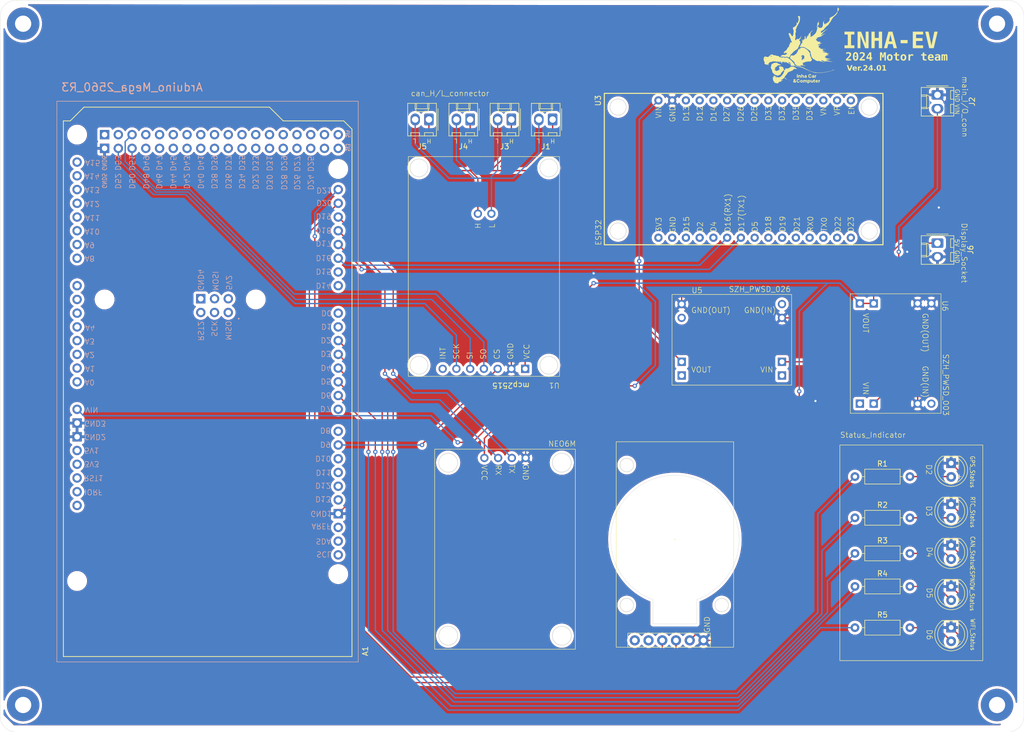
<source format=kicad_pcb>
(kicad_pcb (version 20240108) (generator "pcbnew") (generator_version "8.0")
  (layers (0 "F.Cu" signal) (31 "B.Cu" signal) (34 "B.Paste" user) (35 "F.Paste" user) (36 "B.SilkS" user "B.Silkscreen") (37 "F.SilkS" user "F.Silkscreen") (38 "B.Mask" user) (39 "F.Mask" user) (44 "Edge.Cuts" user))
  (net 0 "")
  (net 9 "/LED_5")
  (net 19 "/esp32_D16(RX1)")
  (net 29 "/mcp2515_SCK")
  (net 31 "/neo6m_TX")
  (net 32 "/mcp2515_SO")
  (net 40 "/mcp2515_CS")
  (net 41 "/mcp2515_SI")
  (net 42 "/LED_2")
  (net 43 "/neo6m_RX")
  (net 46 "/LED_1")
  (net 51 "/LED_4")
  (net 52 "/esp32_D17(TX1)")
  (net 53 "/ds3231_SDA")
  (net 56 "GND")
  (net 63 "/LED_3")
  (net 66 "/ds3231_SCL")
  (net 79 "+7.5V")
  (net 86 "Net-(J1-Pin_1)")
  (net 87 "Net-(J1-Pin_2)")
  (net 88 "+5V")
  (net 118 "Net-(D1-A)")
  (net 119 "Net-(D2-A)")
  (net 120 "Net-(D3-A)")
  (net 121 "Net-(D4-A)")
  (net 122 "Net-(D5-A)")
  (net 123 "+12V")
  (footprint "" (layer "F.Cu") (at 216 28.702)
    (property "Reference" "")
    (property "Value" "")
  )
  (footprint "" (layer "F.Cu") (at 216 155)
    (property "Reference" "")
    (property "Value" "")
  )
  (footprint "" (layer "F.Cu") (at 36.322 155.702)
    (property "Reference" "")
    (property "Value" "")
  )
  (footprint "motor_pcb:SZHPWSD003" (layer "F.Cu") (at 155.929 79.076)
    (property "Reference" "U5")
    (property "Value" "SZHPWSD002")
  )
  (footprint "Connector_Molex:Molex_KK-254_AE-6410-02A_1x02_P2.54mm_Vertical" (layer "F.Cu") (at 126.238 46.718 180)
    (property "Reference" "J3")
    (property "Value" "Conn_01x02_Socket")
  )
  (footprint "motor_pcb:DS3231" (layer "F.Cu") (at 145.559168 144.435164 90)
    (property "Reference" "U4" (hide yes))
    (property "Value" "DS3231" (hide yes))
    (fp_line (start 4.446535 6.854832) (end 8.930118 6.854832) (stroke (width 0.05)) (layer "Edge.Cuts"))
    (fp_line (start 8.930118 14.954832) (end 4.446535 14.954832) (stroke (width 0.05)) (layer "Edge.Cuts"))
    (fp_line (start 4.446535 14.954832) (end 4.446535 6.854832) (stroke (width 0.05)) (layer "Edge.Cuts"))
    (fp_arc (start 8.930119 6.854832) (mid 31.92 10.900002) (end 8.933424 14.96391) (stroke (width 0.05)) (layer "Edge.Cuts"))
    (fp_circle (center 33.818327 2.004832) (end 35.068327 2.004832) (stroke (width 0.1)) (fill none) (layer "Edge.Cuts"))
    (fp_circle (center 7.918327 2.004832) (end 9.168327 2.004832) (stroke (width 0.1)) (fill none) (layer "Edge.Cuts"))
    (fp_circle (center 7.918327 19.554832) (end 9.168327 19.554832) (stroke (width 0.1)) (fill none) (layer "Edge.Cuts"))
  )
  (footprint "LED_THT:LED_D5.0mm_FlatTop" (layer "F.Cu") (at 207.518 110.278 -90)
    (property "Reference" "D1" (hide yes))
    (property "Value" "LED")
  )
  (footprint "Resistor_THT:R_Axial_DIN0207_L6.3mm_D2.5mm_P10.16mm_Horizontal" (layer "F.Cu") (at 189.738 112.758)
    (property "Reference" "R1")
    (property "Value" "330")
  )
  (footprint "Resistor_THT:R_Axial_DIN0207_L6.3mm_D2.5mm_P10.16mm_Horizontal" (layer "F.Cu") (at 189.738 120.378)
    (property "Reference" "R2")
    (property "Value" "330")
  )
  (footprint "Connector_Molex:Molex_KK-254_AE-6410-02A_1x02_P2.54mm_Vertical" (layer "F.Cu") (at 133.858 46.718 180)
    (property "Reference" "J1")
    (property "Value" "Conn_01x02_Socket")
  )
  (footprint "LED_THT:LED_D5.0mm_FlatTop" (layer "F.Cu") (at 207.518 125.478 -90)
    (property "Reference" "D3" (hide yes))
    (property "Value" "LED")
  )
  (footprint "motor_pcb:NEO6M" (layer "F.Cu") (at 127.508 126.746)
    (property "Reference" "U2" (hide yes))
    (property "Value" "NEO6M" (hide yes))
    (fp_circle (center -12.95 -16.56) (end -11.2 -16.56) (stroke (width 0.1)) (fill none) (layer "Edge.Cuts"))
    (fp_circle (center -12.95 15.44) (end -11.2 15.44) (stroke (width 0.1)) (fill none) (layer "Edge.Cuts"))
    (fp_circle (center 8.05 -16.56) (end 9.8 -16.56) (stroke (width 0.1)) (fill none) (layer "Edge.Cuts"))
    (fp_circle (center 8.05 15.44) (end 9.8 15.44) (stroke (width 0.1)) (fill none) (layer "Edge.Cuts"))
  )
  (footprint "motor_pcb:mcp2515" (layer "F.Cu") (at 121.158 74.658 90)
    (property "Reference" "U1")
    (property "Value" "mcp2515")
    (fp_circle (center 19 -12) (end 20.65 -12) (stroke (width 0.1)) (fill none) (layer "Edge.Cuts"))
    (fp_circle (center -17.51 -12) (end -15.86 -12) (stroke (width 0.1)) (fill none) (layer "Edge.Cuts"))
    (fp_circle (center 19 12) (end 20.65 12) (stroke (width 0.1)) (fill none) (layer "Edge.Cuts"))
    (fp_circle (center -17.51 12) (end -15.86 12) (stroke (width 0.1)) (fill none) (layer "Edge.Cuts"))
  )
  (footprint "LED_THT:LED_D5.0mm_FlatTop" (layer "F.Cu") (at 207.518 133.078 -90)
    (property "Reference" "D4" (hide yes))
    (property "Value" "LED")
  )
  (footprint "KiCad:YOng22" (layer "F.Cu") (at 179.601653 33.951494)
    (property "Reference" "G***" (hide yes))
    (property "Value" "LOGO" (hide yes))
  )
  (footprint "Connector_Molex:Molex_KK-254_AE-6410-02A_1x02_P2.54mm_Vertical" (layer "F.Cu") (at 204.978 42.164 -90)
    (property "Reference" "J2")
    (property "Value" "Conn_01x02_Socket")
  )
  (footprint "Connector_Molex:Molex_KK-254_AE-6410-02A_1x02_P2.54mm_Vertical" (layer "F.Cu") (at 118.618 46.718 180)
    (property "Reference" "J4")
    (property "Value" "Conn_01x02_Socket")
  )
  (footprint "" (layer "F.Cu") (at 36.068 28.956)
    (property "Reference" "")
    (property "Value" "")
  )
  (footprint "motor_pcb:ESP32" (layer "F.Cu") (at 153.416 68.58 90)
    (property "Reference" "U3")
    (property "Value" "ESP32")
    (fp_circle (center 24.16 -7.46) (end 25.66 -7.46) (stroke (width 0.1)) (fill none) (layer "Edge.Cuts"))
    (fp_circle (center 1.24 -7.46) (end 2.74 -7.46) (stroke (width 0.1)) (fill none) (layer "Edge.Cuts"))
    (fp_circle (center 24.16 38.96) (end 25.66 38.96) (stroke (width 0.1)) (fill none) (layer "Edge.Cuts"))
    (fp_circle (center 1.24 38.96) (end 2.74 38.96) (stroke (width 0.1)) (fill none) (layer "Edge.Cuts"))
  )
  (footprint "LED_THT:LED_D5.0mm_FlatTop" (layer "F.Cu") (at 207.518 117.878 -90)
    (property "Reference" "D2" (hide yes))
    (property "Value" "LED")
  )
  (footprint "Resistor_THT:R_Axial_DIN0207_L6.3mm_D2.5mm_P10.16mm_Horizontal" (layer "F.Cu") (at 189.738 126.968)
    (property "Reference" "R3")
    (property "Value" "330")
  )
  (footprint "Connector_Molex:Molex_KK-254_AE-6410-02A_1x02_P2.54mm_Vertical" (layer "F.Cu") (at 110.998 46.718 180)
    (property "Reference" "J5")
    (property "Value" "Conn_01x02_Socket")
  )
  (footprint "LED_THT:LED_D5.0mm_FlatTop" (layer "F.Cu") (at 207.518 140.678 -90)
    (property "Reference" "D5" (hide yes))
    (property "Value" "LED")
  )
  (footprint "motor_pcb:SZHPWSD003" (layer "F.Cu") (at 205.64 78.949 -90)
    (property "Reference" "U6")
    (property "Value" "SZHPWSD002")
  )
  (footprint "Resistor_THT:R_Axial_DIN0207_L6.3mm_D2.5mm_P10.16mm_Horizontal" (layer "F.Cu") (at 189.738 133.078)
    (property "Reference" "R4")
    (property "Value" "330")
  )
  (footprint "Connector_Molex:Molex_KK-254_AE-6410-02A_1x02_P2.54mm_Vertical" (layer "F.Cu") (at 204.978 69.578 -90)
    (property "Reference" "J6")
    (property "Value" "Conn_01x02_Socket")
  )
  (footprint "Resistor_THT:R_Axial_DIN0207_L6.3mm_D2.5mm_P10.16mm_Horizontal" (layer "F.Cu") (at 189.738 140.698)
    (property "Reference" "R5")
    (property "Value" "330")
  )
  (footprint "PCM_arduino-library:Arduino_Mega2560_R3_Shield" (layer "B.Cu") (at 43.434 146.032 90)
    (property "Reference" "A1")
    (property "Value" "Arduino_Mega2560_R3_Shield")
  )
  (gr_rect (start 186.944 106.916) (end 213.36 146.794) (stroke (width 0.1)) (fill none) (layer "F.SilkS"))
  (gr_arc (start 217.98 24.638) (mid 220.10132 25.51668) (end 220.98 27.638) (stroke (width 0.05)) (layer "Edge.Cuts"))
  (gr_line (start 220.98 27.638) (end 220.98 157.02) (stroke (width 0.05)) (layer "Edge.Cuts"))
  (gr_arc (start 220.98 157.02) (mid 220.10132 159.14132) (end 217.98 160.02) (stroke (width 0.05)) (layer "Edge.Cuts"))
  (gr_line (start 31.75 157.02) (end 31.75 27.638) (stroke (width 0.05)) (layer "Edge.Cuts"))
  (gr_arc (start 31.75 27.638) (mid 32.62868 25.51668) (end 34.75 24.638) (stroke (width 0.05)) (layer "Edge.Cuts"))
  (gr_line (start 217.98 160.02) (end 34.75 160.02) (stroke (width 0.05)) (layer "Edge.Cuts"))
  (gr_arc (start 34.75 160.02) (mid 32.62868 159.14132) (end 31.75 157.02) (stroke (width 0.05)) (layer "Edge.Cuts"))
  (gr_line (start 34.75 24.638) (end 217.98 24.638) (stroke (width 0.05)) (layer "Edge.Cuts"))
  (gr_text "INHA-EV" (at 187.452 34.036 0) (layer "F.SilkS") (effects (font (size 3 3) (thickness 0.6) (bold yes)) (justify left bottom)))
  (gr_text "Status_Indicator" (at 186.944 105.646 0) (layer "F.SilkS") (effects (font (size 1 1) (thickness 0.1)) (justify left bottom)))
  (gr_text "2024 Motor team" (at 187.96 36.068 0) (layer "F.SilkS") (effects (font (size 1.5 1.5) (thickness 0.3) (bold yes)) (justify left bottom)))
  (gr_text "Ver.24.01" (at 188.214 37.846 0) (layer "F.SilkS") (effects (font (size 1 1) (thickness 0.25) (bold yes)) (justify left bottom)))
  (segment (start 99.822 108.186) (end 99.822 103.36) (width 0.25) (layer "F.Cu") (net 9))
  (segment (start 99.822 103.36) (end 94.234 97.772) (width 0.25) (layer "F.Cu") (net 9))
  (via (at 99.822 108.186) (size 0.8) (drill 0.4) (layers "F.Cu" "B.Cu") (net 9))
  (segment (start 168.142882 155.938) (end 114.554 155.938) (width 0.25) (layer "B.Cu") (net 9))
  (segment (start 168.142882 155.938) (end 169.415441 154.665441) (width 0.25) (layer "B.Cu") (net 9))
  (segment (start 183.382883 140.698) (end 169.415441 154.665441) (width 0.25) (layer "B.Cu") (net 9))
  (segment (start 99.822 141.206) (end 99.822 108.186) (width 0.25) (layer "B.Cu") (net 9))
  (segment (start 189.738 140.698) (end 183.382883 140.698) (width 0.25) (layer "B.Cu") (net 9))
  (segment (start 114.554 155.938) (end 99.822 141.206) (width 0.25) (layer "B.Cu") (net 9))
  (segment (start 166.116 68.58) (end 161.036 73.66) (width 0.25) (layer "B.Cu") (net 19))
  (segment (start 95.522 73.66) (end 94.234 72.372) (width 0.25) (layer "B.Cu") (net 19))
  (segment (start 161.036 73.66) (end 95.522 73.66) (width 0.25) (layer "B.Cu") (net 19))
  (segment (start 66.049604 60.572) (end 60.082 60.572) (width 0.25) (layer "B.Cu") (net 29))
  (segment (start 116.078 92.819) (end 116.078 86.596) (width 0.25) (layer "B.Cu") (net 29))
  (segment (start 53.594 54.084) (end 53.594 52.052) (width 0.25) (layer "B.Cu") (net 29))
  (segment (start 86.36 80.754) (end 86.231604 80.754) (width 0.25) (layer "B.Cu") (net 29))
  (segment (start 116.078 86.596) (end 110.236 80.754) (width 0.25) (layer "B.Cu") (net 29))
  (segment (start 86.231604 80.754) (end 66.049604 60.572) (width 0.25) (layer "B.Cu") (net 29))
  (segment (start 110.236 80.754) (end 86.36 80.754) (width 0.25) (layer "B.Cu") (net 29))
  (segment (start 60.082 60.572) (end 53.594 54.084) (width 0.25) (layer "B.Cu") (net 29))
  (segment (start 104.394 93.726) (end 104.394 74.912) (width 0.25) (layer "F.Cu") (net 31))
  (segment (start 104.394 74.912) (end 94.234 64.752) (width 0.25) (layer "F.Cu") (net 31))
  (via (at 104.394 93.726) (size 0.8) (drill 0.4) (layers "F.Cu" "B.Cu") (net 31))
  (segment (start 114.299 97.282) (end 107.95 97.282) (width 0.25) (layer "B.Cu") (net 31))
  (segment (start 107.95 97.282) (end 104.394 93.726) (width 0.25) (layer "B.Cu") (net 31))
  (segment (start 126.328 109.311) (end 114.299 97.282) (width 0.25) (layer "B.Cu") (net 31))
  (segment (start 86.106 78.976) (end 66.802 59.672) (width 0.25) (layer "B.Cu") (net 32))
  (segment (start 121.158 92.819) (end 121.158 87.866) (width 0.25) (layer "B.Cu") (net 32))
  (segment (start 56.134 55.1) (end 56.134 52.052) (width 0.25) (layer "B.Cu") (net 32))
  (segment (start 121.158 87.866) (end 112.268 78.976) (width 0.25) (layer "B.Cu") (net 32))
  (segment (start 60.706 59.672) (end 56.134 55.1) (width 0.25) (layer "B.Cu") (net 32))
  (segment (start 66.802 59.672) (end 60.706 59.672) (width 0.25) (layer "B.Cu") (net 32))
  (segment (start 112.268 78.976) (end 86.106 78.976) (width 0.25) (layer "B.Cu") (net 32))
  (segment (start 123.698 92.819) (end 109.728 106.789) (width 0.25) (layer "F.Cu") (net 40))
  (segment (start 109.728 106.789) (end 109.728 106.916) (width 0.25) (layer "F.Cu") (net 40))
  (via (at 109.728 106.916) (size 0.8) (drill 0.4) (layers "F.Cu" "B.Cu") (net 40))
  (segment (start 109.728 106.916) (end 94.234 106.916) (width 0.25) (layer "B.Cu") (net 40))
  (segment (start 60.519604 60.122) (end 54.864 54.466396) (width 0.25) (layer "B.Cu") (net 41))
  (segment (start 118.618 87.104) (end 111.506 79.992) (width 0.25) (layer "B.Cu") (net 41))
  (segment (start 54.864 50.782) (end 56.134 49.512) (width 0.25) (layer "B.Cu") (net 41))
  (segment (start 111.506 79.992) (end 86.36 79.992) (width 0.25) (layer "B.Cu") (net 41))
  (segment (start 118.618 92.819) (end 118.618 87.104) (width 0.25) (layer "B.Cu") (net 41))
  (segment (start 54.864 54.466396) (end 54.864 50.782) (width 0.25) (layer "B.Cu") (net 41))
  (segment (start 66.49 60.122) (end 60.519604 60.122) (width 0.25) (layer "B.Cu") (net 41))
  (segment (start 86.36 79.992) (end 66.49 60.122) (width 0.25) (layer "B.Cu") (net 41))
  (segment (start 103.378 99.296) (end 94.234 90.152) (width 0.25) (layer "F.Cu") (net 42))
  (segment (start 103.378 108.186) (end 103.378 99.296) (width 0.25) (layer "F.Cu") (net 42))
  (via (at 103.378 108.186) (size 0.8) (drill 0.4) (layers "F.Cu" "B.Cu") (net 42))
  (segment (start 189.738 120.378) (end 183.642 126.474) (width 0.25) (layer "B.Cu") (net 42))
  (segment (start 183.642 126.474) (end 183.642 138.158) (width 0.25) (layer "B.Cu") (net 42))
  (segment (start 103.378 141.206) (end 103.378 108.186) (width 0.25) (layer "B.Cu") (net 42))
  (segment (start 168.148 153.652) (end 115.824 153.652) (width 0.25) (layer "B.Cu") (net 42))
  (segment (start 115.824 153.652) (end 103.378 141.206) (width 0.25) (layer "B.Cu") (net 42))
  (segment (start 183.642 138.158) (end 168.148 153.652) (width 0.25) (layer "B.Cu") (net 42))
  (segment (start 102.87 75.928) (end 94.234 67.292) (width 0.25) (layer "F.Cu") (net 43))
  (segment (start 102.87 93.726) (end 102.87 75.928) (width 0.25) (layer "F.Cu") (net 43))
  (via (at 102.87 93.726) (size 0.8) (drill 0.4) (layers "F.Cu" "B.Cu") (net 43))
  (segment (start 123.788 109.311) (end 113.029 98.552) (width 0.25) (layer "B.Cu") (net 43))
  (segment (start 113.029 98.552) (end 107.696 98.552) (width 0.25) (layer "B.Cu") (net 43))
  (segment (start 107.696 98.552) (end 102.87 93.726) (width 0.25) (layer "B.Cu") (net 43))
  (segment (start 104.394 97.772) (end 94.234 87.612) (width 0.25) (layer "F.Cu") (net 46))
  (segment (start 104.394 108.186) (end 104.394 97.772) (width 0.25) (layer "F.Cu") (net 46))
  (via (at 104.394 108.186) (size 0.8) (drill 0.4) (layers "F.Cu" "B.Cu") (net 46))
  (segment (start 189.738 112.758) (end 182.88 119.616) (width 0.25) (layer "B.Cu") (net 46))
  (segment (start 182.88 137.904) (end 167.894 152.89) (width 0.25) (layer "B.Cu") (net 46))
  (segment (start 182.88 119.616) (end 182.88 137.904) (width 0.25) (layer "B.Cu") (net 46))
  (segment (start 104.394 141.46) (end 104.394 108.186) (width 0.25) (layer "B.Cu") (net 46))
  (segment (start 167.894 152.89) (end 115.824 152.89) (width 0.25) (layer "B.Cu") (net 46))
  (segment (start 115.824 152.89) (end 104.394 141.46) (width 0.25) (layer "B.Cu") (net 46))
  (segment (start 101.092 108.186) (end 101.092 102.09) (width 0.25) (layer "F.Cu") (net 51))
  (segment (start 101.092 102.09) (end 94.234 95.232) (width 0.25) (layer "F.Cu") (net 51))
  (via (at 101.092 108.186) (size 0.8) (drill 0.4) (layers "F.Cu" "B.Cu") (net 51))
  (segment (start 115.062 155.176) (end 101.092 141.206) (width 0.25) (layer "B.Cu") (net 51))
  (segment (start 101.092 141.206) (end 101.092 108.186) (width 0.25) (layer "B.Cu") (net 51))
  (segment (start 168.91 154.414) (end 168.148 155.176) (width 0.25) (layer "B.Cu") (net 51))
  (segment (start 189.738 133.586) (end 168.91 154.414) (width 0.25) (layer "B.Cu") (net 51))
  (segment (start 168.148 155.176) (end 167.64 155.176) (width 0.25) (layer "B.Cu") (net 51))
  (segment (start 167.64 155.176) (end 115.062 155.176) (width 0.25) (layer "B.Cu") (net 51))
  (segment (start 189.738 133.078) (end 189.738 133.586) (width 0.25) (layer "B.Cu") (net 51))
  (segment (start 98.552 74.422) (end 98.552 74.15) (width 0.25) (layer "F.Cu") (net 52))
  (segment (start 98.552 74.15) (end 94.234 69.832) (width 0.25) (layer "F.Cu") (net 52))
  (via (at 98.552 74.422) (size 0.8) (drill 0.4) (layers "F.Cu" "B.Cu") (net 52))
  (segment (start 162.814 74.422) (end 168.656 68.58) (width 0.25) (layer "B.Cu") (net 52))
  (segment (start 98.552 74.422) (end 162.814 74.422) (width 0.25) (layer "B.Cu") (net 52))
  (segment (start 88.9 67.546) (end 94.234 62.212) (width 0.25) (layer "F.Cu") (net 53))
  (segment (start 153.805 150.858) (end 107.188 150.858) (width 0.25) (layer "F.Cu") (net 53))
  (segment (start 107.188 150.858) (end 88.9 132.57) (width 0.25) (layer "F.Cu") (net 53))
  (segment (start 156.663 148) (end 156.663 143.046837) (width 0.25) (layer "F.Cu") (net 53))
  (segment (start 88.9 132.57) (end 88.9 67.546) (width 0.25) (layer "F.Cu") (net 53))
  (segment (start 153.805 150.858) (end 156.663 148) (width 0.25) (layer "F.Cu") (net 53))
  (segment (start 166.696163 143.046837) (end 161.743 143.046837) (width 0.25) (layer "F.Cu") (net 56))
  (segment (start 204.978 77.071) (end 201.322 80.727) (width 0.25) (layer "F.Cu") (net 56))
  (segment (start 206.838 151.778) (end 206.038 151.778) (width 0.25) (layer "F.Cu") (net 56))
  (segment (start 207.632 151.778) (end 206.838 151.778) (width 0.25) (layer "F.Cu") (net 56))
  (segment (start 201.322 99.269) (end 201.322 97.672) (width 0.25) (layer "F.Cu") (net 56))
  (segment (start 211.836 147.574) (end 207.632 151.778) (width 0.25) (layer "F.Cu") (net 56))
  (segment (start 149.842 71.12) (end 151.384 69.578) (width 0.25) (layer "F.Cu") (net 56))
  (segment (start 126.238 92.819) (end 126.238 90.378) (width 0.25) (layer "F.Cu") (net 56))
  (segment (start 157.734 80.827) (end 157.707 80.854) (width 0.25) (layer "F.Cu") (net 56))
  (segment (start 209.156 151.778) (end 206.838 151.778) (width 0.25) (layer "F.Cu") (net 56))
  (segment (start 179.422 83.394) (end 189.238 73.578) (width 0.25) (layer "F.Cu") (net 56))
  (segment (start 209.804 147.574) (end 205.6 151.778) (width 0.25) (layer "F.Cu") (net 56))
  (segment (start 205.238 151.778) (end 204.438 151.778) (width 0.25) (layer "F.Cu") (net 56))
  (segment (start 157.707 75.901) (end 157.707 80.854) (width 0.25) (layer "F.Cu") (net 56))
  (segment (start 112.014 101.836) (end 112.014 82.786) (width 0.25) (layer "F.Cu") (net 56))
  (segment (start 207.518 133.078) (end 209.804 135.364) (width 0.25) (layer "F.Cu") (net 56))
  (segment (start 45.974 105.392) (end 60.706 105.392) (width 0.25) (layer "F.Cu") (net 56))
  (segment (start 60.706 105.392) (end 107.092 151.778) (width 0.25) (layer "F.Cu") (net 56))
  (segment (start 151.384 47.752) (end 151.384 69.578) (width 0.25) (layer "F.Cu") (net 56))
  (segment (start 201.322 97.672) (end 201.322 97.662) (width 0.2) (layer "F.Cu") (net 56))
  (segment (start 207.518 125.478) (end 210.566 128.526) (width 0.25) (layer "F.Cu") (net 56))
  (segment (start 107.092 151.778) (end 204.438 151.778) (width 0.25) (layer "F.Cu") (net 56))
  (segment (start 189.238 73.578) (end 193.122 73.578) (width 0.25) (layer "F.Cu") (net 56))
  (segment (start 153.171 71.365) (end 157.707 75.901) (width 0.25) (layer "F.Cu") (net 56))
  (segment (start 204.638 151.778) (end 204.438 151.778) (width 0.2) (layer "F.Cu") (net 56))
  (segment (start 155.956 43.18) (end 151.384 47.752) (width 0.25) (layer "F.Cu") (net 56))
  (segment (start 210.566 128.526) (end 210.566 147.828) (width 0.25) (layer "F.Cu") (net 56))
  (segment (start 123.68 71.12) (end 149.842 71.12) (width 0.25) (layer "F.Cu") (net 56))
  (segment (start 182.438 127.305) (end 166.696163 143.046837) (width 0.25) (layer "F.Cu") (net 56))
  (segment (start 209.804 135.364) (end 209.804 147.574) (width 0.25) (layer "F.Cu") (net 56))
  (segment (start 211.836 122.196) (end 211.836 147.574) (width 0.25) (layer "F.Cu") (net 56))
  (segment (start 206.038 151.778) (end 205.238 151.778) (width 0.25) (layer "F.Cu") (net 56))
  (segment (start 94.234 119.616) (end 112.014 101.836) (width 0.25) (layer "F.Cu") (net 56))
  (segment (start 199.39 95.74) (end 201.322 97.672) (width 0.25) (layer "F.Cu") (net 56))
  (segment (start 205.6 151.778) (end 205.238 151.778) (width 0.25) (layer "F.Cu") (net 56))
  (segment (start 207.518 117.878) (end 211.836 122.196) (width 0.25) (layer "F.Cu") (net 56))
  (segment (start 212.852 115.612) (end 212.852 148.082) (width 0.25) (layer "F.Cu") (net 56))
  (segment (start 193.122 73.578) (end 203.708 62.992) (width 0.25) (layer "F.Cu") (net 56))
  (segment (start 199.39 71.178) (end 199.39 95.74) (width 0.25) (layer "F.Cu") (net 56))
  (segment (start 126.238 90.378) (end 141.438 75.178) (width 0.25) (layer "F.Cu") (net 56))
  (segment (start 112.014 82.786) (end 123.68 71.12) (width 0.25) (layer "F.Cu") (net 56))
  (segment (start 206.616 151.778) (end 206.038 151.778) (width 0.25) (layer "F.Cu") (net 56))
  (segment (start 182.438 127.305) (end 182.438 98.778) (width 0.25) (layer "F.Cu") (net 56))
  (segment (start 176.249 83.394) (end 179.422 83.394) (width 0.25) (layer "F.Cu") (net 56))
  (segment (start 204.978 72.118) (end 204.978 77.071) (width 0.25) (layer "F.Cu") (net 56))
  (segment (start 151.384 69.578) (end 153.171 71.365) (width 0.25) (layer "F.Cu") (net 56))
  (segment (start 210.566 147.828) (end 206.616 151.778) (width 0.25) (layer "F.Cu") (net 56))
  (segment (start 212.852 148.082) (end 209.156 151.778) (width 0.25) (layer "F.Cu") (net 56))
  (segment (start 203.708 62.992) (end 205.232 62.992) (width 0.25) (layer "F.Cu") (net 56))
  (segment (start 207.518 140.678) (end 209.042 142.202) (width 0.25) (layer "F.Cu") (net 56))
  (segment (start 209.042 142.202) (end 209.042 147.374) (width 0.25) (layer "F.Cu") (net 56))
  (segment (start 209.042 147.374) (end 204.638 151.778) (width 0.25) (layer "F.Cu") (net 56))
  (segment (start 212.852 115.612) (end 207.518 110.278) (width 0.25) (layer "F.Cu") (net 56))
  (via (at 199.39 71.178) (size 0.8) (drill 0.4) (layers "F.Cu" "B.Cu") (net 56))
  (via (at 182.438 98.778) (size 0.8) (drill 0.4) (layers "F.Cu" "B.Cu") (net 56))
  (via (at 141.438 75.178) (size 0.8) (drill 0.4) (layers "F.Cu" "B.Cu") (net 56))
  (via (at 205.232 62.992) (size 0.8) (drill 0.4) (layers "F.Cu" "B.Cu") (net 56))
  (segment (start 196.438 77.978) (end 196.438 83.778) (width 0.25) (layer "B.Cu") (net 56))
  (segment (start 198.313 75.178) (end 203.862 80.727) (width 0.25) (layer "B.Cu") (net 56))
  (segment (start 182.438 98.778) (end 197.038 84.178) (width 0.25) (layer "B.Cu") (net 56))
  (segment (start 197.038 84.178) (end 197.038 77.578) (width 0.25) (layer "B.Cu") (net 56))
  (segment (start 193.638 75.178) (end 194.438 75.178) (width 0.25) (layer "B.Cu") (net 56))
  (segment (start 196.438 75.178) (end 198.313 75.178) (width 0.25) (layer "B.Cu") (net 56))
  (segment (start 135.248 98.178) (end 128.868 104.558) (width 0.25) (layer "B.Cu") (net 56))
  (segment (start 197.038 77.578) (end 194.638 75.178) (width 0.25) (layer "B.Cu") (net 56))
  (segment (start 205.232 62.992) (end 205.232 61.722) (width 0.25) (layer "B.Cu") (net 56))
  (segment (start 199.39 67.564) (end 205.232 61.722) (width 0.25) (layer "B.Cu") (net 56))
  (segment (start 199.39 71.178) (end 199.39 67.564) (width 0.25) (layer "B.Cu") (net 56))
  (segment (start 194.638 75.178) (end 194.438 75.178) (width 0.2) (layer "B.Cu") (net 56))
  (segment (start 128.868 104.558) (end 128.868 109.311) (width 0.25) (layer "B.Cu") (net 56))
  (segment (start 206.398 60.556) (end 206.398 43.584) (width 0.25) (layer "B.Cu") (net 56))
  (segment (start 196.438 83.778) (end 182.038 98.178) (width 0.25) (layer "B.Cu") (net 56))
  (segment (start 194.438 75.178) (end 196.438 75.178) (width 0.25) (layer "B.Cu") (net 56))
  (segment (start 205.232 61.722) (end 206.398 60.556) (width 0.25) (layer "B.Cu") (net 56))
  (segment (start 141.438 75.178) (end 193.638 75.178) (width 0.25) (layer "B.Cu") (net 56))
  (segment (start 206.398 43.584) (end 204.978 42.164) (width 0.25) (layer "B.Cu") (net 56))
  (segment (start 182.038 98.178) (end 135.248 98.178) (width 0.25) (layer "B.Cu") (net 56))
  (segment (start 193.638 75.178) (end 196.438 77.978) (width 0.25) (layer "B.Cu") (net 56))
  (segment (start 102.362 100.82) (end 94.234 92.692) (width 0.25) (layer "F.Cu") (net 63))
  (segment (start 102.362 108.186) (end 102.362 100.82) (width 0.25) (layer "F.Cu") (net 63))
  (via (at 102.362 108.186) (size 0.8) (drill 0.4) (layers "F.Cu" "B.Cu") (net 63))
  (segment (start 115.57 154.414) (end 102.362 141.206) (width 0.25) (layer "B.Cu") (net 63))
  (segment (start 184.658 132.048) (end 184.658 137.904) (width 0.25) (layer "B.Cu") (net 63))
  (segment (start 189.738 126.968) (end 189.738 126.878) (width 0.2) (layer "B.Cu") (net 63))
  (segment (start 184.658 137.904) (end 168.148 154.414) (width 0.25) (layer "B.Cu") (net 63))
  (segment (start 189.738 126.878) (end 189.638 126.778) (width 0.2) (layer "B.Cu") (net 63))
  (segment (start 168.148 154.414) (end 115.57 154.414) (width 0.25) (layer "B.Cu") (net 63))
  (segment (start 102.362 141.206) (end 102.362 108.186) (width 0.25) (layer "B.Cu") (net 63))
  (segment (start 189.738 126.968) (end 184.658 132.048) (width 0.25) (layer "B.Cu") (net 63))
  (segment (start 152.281 149.842) (end 154.123 148) (width 0.25) (layer "F.Cu") (net 66))
  (segment (start 107.696 149.842) (end 152.281 149.842) (width 0.25) (layer "F.Cu") (net 66))
  (segment (start 89.916 68.308) (end 89.916 132.062) (width 0.25) (layer "F.Cu") (net 66))
  (segment (start 154.123 148) (end 154.123 143.046837) (width 0.25) (layer "F.Cu") (net 66))
  (segment (start 89.916 132.062) (end 107.696 149.842) (width 0.25) (layer "F.Cu") (net 66))
  (via (at 89.916 68.308) (size 0.8) (drill 0.4) (layers "F.Cu" "B.Cu") (net 66))
  (segment (start 89.916 63.99) (end 94.234 59.672) (width 0.25) (layer "B.Cu") (net 66))
  (segment (start 89.916 68.308) (end 89.916 63.99) (width 0.25) (layer "B.Cu") (net 66))
  (segment (start 149.86 82.296) (end 149.86 72.898) (width 0.25) (layer "F.Cu") (net 79))
  (segment (start 149.86 83.45) (end 149.86 82.296) (width 0.25) (layer "F.Cu") (net 79))
  (segment (start 149.86 88.715) (end 149.86 83.45) (width 0.25) (layer "F.Cu") (net 79))
  (segment (start 119.074 106.426) (end 130.575 94.925) (width 0.25) (layer "F.Cu") (net 79))
  (segment (start 116.332 106.426) (end 119.074 106.426) (width 0.25) (layer "F.Cu") (net 79))
  (segment (start 157.707 91.522) (end 149.86 83.675) (width 0.25) (layer "F.Cu") (net 79))
  (segment (start 130.575 94.925) (end 143.65 94.925) (width 0.25) (layer "F.Cu") (net 79))
  (segment (start 149.86 83.675) (end 149.86 83.45) (width 0.25) (layer "F.Cu") (net 79))
  (segment (start 143.65 94.925) (end 149.86 88.715) (width 0.25) (layer "F.Cu") (net 79))
  (via (at 116.332 106.426) (size 0.8) (drill 0.4) (layers "F.Cu" "B.Cu") (net 79))
  (via (at 149.86 72.898) (size 0.8) (drill 0.4) (layers "F.Cu" "B.Cu") (net 79))
  (segment (start 149.86 46.736) (end 153.416 43.18) (width 0.25) (layer "B.Cu") (net 79))
  (segment (start 111.4066 101.5006) (end 116.332 106.426) (width 0.25) (layer "B.Cu") (net 79))
  (segment (start 149.86 72.898) (end 149.86 46.736) (width 0.25) (layer "B.Cu") (net 79))
  (segment (start 45.974 100.312) (end 47.1626 101.5006) (width 0.25) (layer "B.Cu") (net 79))
  (segment (start 47.1626 101.5006) (end 111.4066 101.5006) (width 0.25) (layer "B.Cu") (net 79))
  (segment (start 120.048 57.588) (end 120.048 64.136) (width 0.25) (layer "F.Cu") (net 86))
  (segment (start 133.858 51.562) (end 129.262 56.158) (width 0.25) (layer "F.Cu") (net 86))
  (segment (start 115.218 56.158) (end 118.618 56.158) (width 0.25) (layer "F.Cu") (net 86))
  (segment (start 110.998 51.938) (end 115.218 56.158) (width 0.25) (layer "F.Cu") (net 86))
  (segment (start 122.238 56.158) (end 118.618 56.158) (width 0.25) (layer "F.Cu") (net 86))
  (segment (start 118.618 46.718) (end 118.618 56.158) (width 0.25) (layer "F.Cu") (net 86))
  (segment (start 122.458 56.158) (end 122.238 56.158) (width 0.2) (layer "F.Cu") (net 86))
  (segment (start 129.262 56.158) (end 122.238 56.158) (width 0.25) (layer "F.Cu") (net 86))
  (segment (start 126.238 52.378) (end 122.458 56.158) (width 0.25) (layer "F.Cu") (net 86))
  (segment (start 133.858 46.718) (end 133.858 51.562) (width 0.25) (layer "F.Cu") (net 86))
  (segment (start 118.618 56.158) (end 120.048 57.588) (width 0.25) (layer "F.Cu") (net 86))
  (segment (start 110.998 46.718) (end 110.998 51.938) (width 0.25) (layer "F.Cu") (net 86))
  (segment (start 126.238 46.718) (end 126.238 52.378) (width 0.25) (layer "F.Cu") (net 86))
  (segment (start 131.318 46.718) (end 131.318 52.832) (width 0.25) (layer "B.Cu") (net 87))
  (segment (start 122.548 57.268) (end 123.698 56.118) (width 0.25) (layer "B.Cu") (net 87))
  (segment (start 126.572 57.578) (end 122.548 57.578) (width 0.25) (layer "B.Cu") (net 87))
  (segment (start 122.548 57.578) (end 122.548 57.268) (width 0.25) (layer "B.Cu") (net 87))
  (segment (start 123.698 56.118) (end 123.698 46.718) (width 0.25) (layer "B.Cu") (net 87))
  (segment (start 131.318 52.832) (end 126.572 57.578) (width 0.25) (layer "B.Cu") (net 87))
  (segment (start 108.458 46.718) (end 108.458 51.308) (width 0.25) (layer "B.Cu") (net 87))
  (segment (start 114.728 57.578) (end 121.038 57.578) (width 0.25) (layer "B.Cu") (net 87))
  (segment (start 116.078 46.718) (end 116.078 54.218) (width 0.25) (layer "B.Cu") (net 87))
  (segment (start 122.548 64.136) (end 122.548 57.578) (width 0.25) (layer "B.Cu") (net 87))
  (segment (start 121.038 57.578) (end 122.548 57.578) (width 0.25) (layer "B.Cu") (net 87))
  (segment (start 108.458 51.308) (end 114.728 57.578) (width 0.25) (layer "B.Cu") (net 87))
  (segment (start 119.438 57.578) (end 121.038 57.578) (width 0.2) (layer "B.Cu") (net 87))
  (segment (start 116.078 54.218) (end 119.438 57.578) (width 0.25) (layer "B.Cu") (net 87))
  (segment (start 130.953 95.978) (end 121.248 105.683) (width 0.25) (layer "F.Cu") (net 88))
  (segment (start 128.778 92.819) (end 128.778 89.662) (width 0.25) (layer "F.Cu") (net 88))
  (segment (start 193.194 80.727) (end 190.654 80.727) (width 0.25) (layer "F.Cu") (net 88))
  (segment (start 198.238 69.578) (end 204.978 69.578) (width 0.25) (layer "F.Cu") (net 88))
  (segment (start 179.438 96.978) (end 179.438 127.902) (width 0.25) (layer "F.Cu") (net 88))
  (segment (start 128.778 89.662) (end 141.438 77.002) (width 0.25) (layer "F.Cu") (net 88))
  (segment (start 179.438 127.902) (end 166.624 140.716) (width 0.25) (layer "F.Cu") (net 88))
  (segment (start 193.194 80.727) (end 193.194 74.622) (width 0.25) (layer "F.Cu") (net 88))
  (segment (start 193.194 74.622) (end 198.238 69.578) (width 0.25) (layer "F.Cu") (net 88))
  (segment (start 166.624 140.716) (end 161.533837 140.716) (width 0.25) (layer "F.Cu") (net 88))
  (segment (start 130.953 95.978) (end 149.038 95.978) (width 0.25) (layer "F.Cu") (net 88))
  (segment (start 161.533837 140.716) (end 159.203 143.046837) (width 0.25) (layer "F.Cu") (net 88))
  (segment (start 121.248 105.683) (end 121.248 109.311) (width 0.25) (layer "F.Cu") (net 88))
  (segment (start 141.438 77.002) (end 141.438 76.978) (width 0.25) (layer "F.Cu") (net 88))
  (via (at 141.438 76.978) (size 0.8) (drill 0.4) (layers "F.Cu" "B.Cu") (net 88))
  (via (at 149.038 95.978) (size 0.8) (drill 0.4) (layers "F.Cu" "B.Cu") (net 88))
  (via (at 179.438 96.978) (size 0.8) (drill 0.4) (layers "F.Cu" "B.Cu") (net 88))
  (segment (start 152.838 80.378) (end 149.438 76.978) (width 0.25) (layer "B.Cu") (net 88))
  (segment (start 190.654 80.672) (end 190.654 80.727) (width 0.25) (layer "B.Cu") (net 88))
  (segment (start 152.838 76.978) (end 184.638 76.978) (width 0.25) (layer "B.Cu") (net 88))
  (segment (start 149.038 95.978) (end 152.838 92.178) (width 0.25) (layer "B.Cu") (net 88))
  (segment (start 184.638 76.978) (end 186.96 76.978) (width 0.25) (layer "B.Cu") (net 88))
  (segment (start 141.438 76.978) (end 152.838 76.978) (width 0.25) (layer "B.Cu") (net 88))
  (segment (start 179.438 82.178) (end 184.638 76.978) (width 0.25) (layer "B.Cu") (net 88))
  (segment (start 179.438 96.978) (end 179.438 82.178) (width 0.25) (layer "B.Cu") (net 88))
  (segment (start 186.96 76.978) (end 190.654 80.672) (width 0.25) (layer "B.Cu") (net 88))
  (segment (start 152.838 92.178) (end 152.838 80.378) (width 0.25) (layer "B.Cu") (net 88))
  (segment (start 199.898 112.758) (end 207.458 112.758) (width 0.25) (layer "F.Cu") (net 118))
  (segment (start 207.458 112.758) (end 207.518 112.818) (width 0.2) (layer "F.Cu") (net 118))
  (segment (start 199.898 120.378) (end 207.478 120.378) (width 0.25) (layer "F.Cu") (net 119))
  (segment (start 207.478 120.378) (end 207.518 120.418) (width 0.2) (layer "F.Cu") (net 119))
  (segment (start 199.898 126.968) (end 206.468 126.968) (width 0.25) (layer "F.Cu") (net 120))
  (segment (start 206.468 126.968) (end 207.518 128.018) (width 0.2) (layer "F.Cu") (net 120))
  (segment (start 199.898 133.078) (end 204.978 133.078) (width 0.2) (layer "F.Cu") (net 121))
  (segment (start 204.978 133.078) (end 207.518 135.618) (width 0.25) (layer "F.Cu") (net 121))
  (segment (start 204.998 140.698) (end 207.518 143.218) (width 0.25) (layer "F.Cu") (net 122))
  (segment (start 199.898 140.698) (end 204.998 140.698) (width 0.25) (layer "F.Cu") (net 122))
  (segment (start 197.838 78.514) (end 197.838 76.778) (width 0.25) (layer "F.Cu") (net 123))
  (segment (start 197.838 76.778) (end 197.838 71.178) (width 0.25) (layer "F.Cu") (net 123))
  (segment (start 184.83 91.522) (end 197.838 78.514) (width 0.25) (layer "F.Cu") (net 123))
  (segment (start 193.194 99.269) (end 197.838 94.625) (width 0.25) (layer "F.Cu") (net 123))
  (segment (start 176.249 91.522) (end 184.83 91.522) (width 0.25) (layer "F.Cu") (net 123))
  (segment (start 197.838 94.625) (end 197.838 76.778) (width 0.25) (layer "F.Cu") (net 123))
  (via (at 197.838 71.178) (size 0.8) (drill 0.4) (layers "F.Cu" "B.Cu") (net 123))
  (segment (start 197.838 71.178) (end 197.838 66.578) (width 0.25) (layer "B.Cu") (net 123))
  (segment (start 197.838 66.578) (end 204.978 59.438) (width 0.25) (layer "B.Cu") (net 123))
  (segment (start 204.978 59.438) (end 204.978 44.704) (width 0.25) (layer "B.Cu") (net 123))
  (zone (net 56) (net_name "GND") (layer "F.Cu") (connect_pads thru_hole_only (clearance 0.5)) (min_thickness 0.25) (fill yes (thermal_gap 0.5) (thermal_bridge_width 0.5))
    (polygon (pts (xy 32.512 28.702) (xy 33.02 26.924) (xy 34.29 25.908) (xy 35.814 25.4) (xy 216.408 25.654) (xy 217.932 25.908) (xy 218.948 26.924) (xy 219.71 28.448) (xy 219.71 156.21) (xy 218.44 157.48) (xy 216.535 158.75) (xy 34.29 158.75) (xy 32.385 156.845) (xy 32.385 29.845)))
  )
  (zone (net 56) (net_name "GND") (layer "B.Cu") (priority 1) (connect_pads thru_hole_only (clearance 0.5)) (min_thickness 0.25) (fill yes (thermal_gap 0.5) (thermal_bridge_width 0.5))
    (polygon (pts (xy 33.02 26.924) (xy 34.29 25.908) (xy 35.814 25.4) (xy 216.408 25.654) (xy 217.932 25.908) (xy 218.948 26.924) (xy 219.71 28.448) (xy 219.71 156.21) (xy 218.44 157.48) (xy 216.535 158.75) (xy 34.29 158.75) (xy 32.385 156.845) (xy 32.385 29.845)))
  )
)
</source>
